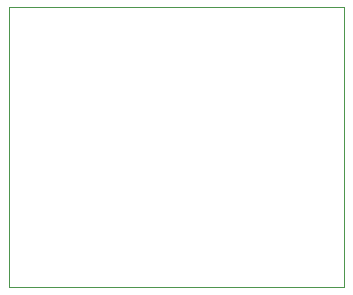
<source format=gm1>
G04 #@! TF.FileFunction,Profile,NP*
%FSLAX46Y46*%
G04 Gerber Fmt 4.6, Leading zero omitted, Abs format (unit mm)*
G04 Created by KiCad (PCBNEW 4.0.1-stable) date 2/14/2016 8:13:32 PM*
%MOMM*%
G01*
G04 APERTURE LIST*
%ADD10C,0.100000*%
G04 APERTURE END LIST*
D10*
X166420000Y-95570000D02*
X138060000Y-95570000D01*
X166420000Y-119300000D02*
X166420000Y-95570000D01*
X138060000Y-119300000D02*
X166420000Y-119300000D01*
X138060000Y-95570000D02*
X138060000Y-119300000D01*
M02*

</source>
